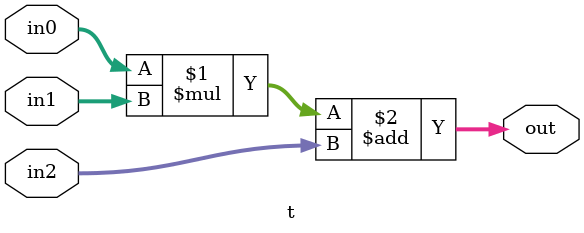
<source format=v>
`timescale 1ns / 1ps


module basic_booth(
    input [11:0] in0,
    input [11:0] in1,
    output [22:0] out
    );
    genvar i;
    wire neg [5:0];
    wire zero [5:0];
    wire two [5:0];
    wire [12:0] pp [5:0];
    generate for(i=0;i<6;i=i+1)begin: booth
        if(i==0)begin
            basic_booth_encoder be({in1[1:0],1'b0},neg[i],two[i],zero[i]);
            basic_booth_decoder bd(zero[i],two[i],neg[i],in0,pp[i]);
        end
        else begin
            basic_booth_encoder be(in1[i*2+1:i*2-1],neg[i],two[i],zero[i]);
            basic_booth_decoder bd(zero[i],two[i],neg[i],in0,pp[i]);
        end
    end endgenerate
    assign out={7'b0,~pp[0][12],pp[0][12],pp[0][12],pp[0]}+{7'b1,~pp[1][12],pp[1],2'b0}+{5'b1,~pp[2][12],pp[2],4'b0}+{3'b1,~pp[3][12],pp[3],6'b0}+{1'b1,~pp[4][12],pp[4],8'b0}
                +{pp[5],10'b0}+{12'b0,neg[5],1'b0,neg[4],1'b0,neg[3],1'b0,neg[2],1'b0,neg[1],1'b0,neg[0]};
endmodule
module booth_12x11(
    input [11:0] in0,
    input [10:0] in1,
    output [22:0] out
    );
    genvar i;
    wire neg [4:0];
    wire zero [5:0];
    wire two [5:0];
    wire [12:0] pp [5:0];
    generate for(i=0;i<6;i=i+1)begin: booth
        if(i==0)begin
            basic_booth_encoder_first be({in1[1:0]},neg[i],two[i],zero[i]);
            basic_booth_decoder bd(zero[i],two[i],neg[i],in0,pp[i]);
        end
        else if(i==5)begin
            basic_booth_encoder_last be({in1[10:9]},two[i],zero[i]);
            basic_booth_decoder_last bd(zero[i],two[i],in0,pp[i]);
        end
        else begin
            basic_booth_encoder be(in1[i*2+1:i*2-1],neg[i],two[i],zero[i]);
            basic_booth_decoder bd(zero[i],two[i],neg[i],in0,pp[i]);
        end
    end endgenerate
    assign out={7'b0,~pp[0][12],pp[0][12],pp[0][12],pp[0]}+{7'b1,~pp[1][12],pp[1],2'b0}+{5'b1,~pp[2][12],pp[2],4'b0}+{3'b1,~pp[3][12],pp[3],6'b0}+{1'b1,~pp[4][12],pp[4],8'b0}
                +{pp[5],10'b0}+{13'b0,1'b0,neg[4],1'b0,neg[3],1'b0,neg[2],1'b0,neg[1],1'b0,neg[0]};
endmodule
module booth_11x12(
    input [10:0] in0,
    input [11:0] in1,
    output [22:0] out
    );
    genvar i;
    wire neg [5:0];
    wire zero [5:0];
    wire two [5:0];
    wire [12:0] pp [5:0];
    generate for(i=0;i<6;i=i+1)begin: booth
        if(i==0)begin
            basic_booth_encoder_first be({in1[1:0]},neg[i],two[i],zero[i]);
            basic_booth_decoder bd(zero[i],two[i],neg[i],{1'b0,in0},pp[i]);
        end
        else begin
            basic_booth_encoder be(in1[i*2+1:i*2-1],neg[i],two[i],zero[i]);
            basic_booth_decoder bd(zero[i],two[i],neg[i],{1'b0,in0},pp[i]);
        end
    end endgenerate
    assign out={7'b0,~pp[0][12],pp[0][12],pp[0][12],pp[0]}+{7'b1,~pp[1][12],pp[1],2'b0}+{5'b1,~pp[2][12],pp[2],4'b0}+{3'b1,~pp[3][12],pp[3],6'b0}+{1'b1,~pp[4][12],pp[4],8'b0}
                +{pp[5],10'b0}+{12'b0,neg[5],1'b0,neg[4],1'b0,neg[3],1'b0,neg[2],1'b0,neg[1],1'b0,neg[0]};
endmodule

module t(
    input signed [11:0] in0,
    input signed [11:0] in1,
    input signed [22:0] in2,
    output signed [23:0] out
    );
    
    assign out=in0*in1+in2;
    
endmodule
</source>
